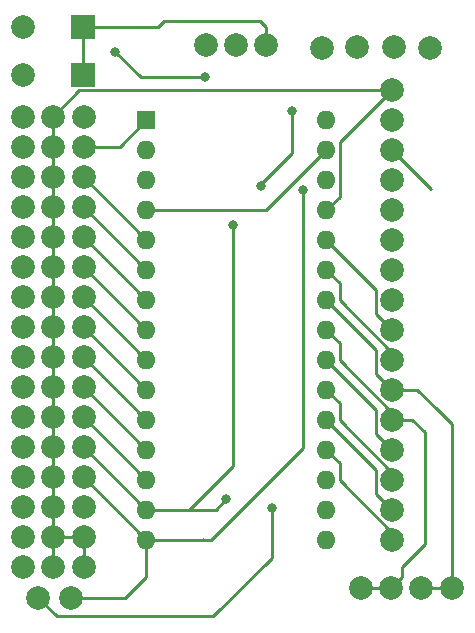
<source format=gbr>
%TF.GenerationSoftware,KiCad,Pcbnew,(5.1.9)-1*%
%TF.CreationDate,2023-02-19T18:33:08+01:00*%
%TF.ProjectId,NANO_Bot,4e414e4f-5f42-46f7-942e-6b696361645f,rev?*%
%TF.SameCoordinates,Original*%
%TF.FileFunction,Copper,L1,Top*%
%TF.FilePolarity,Positive*%
%FSLAX46Y46*%
G04 Gerber Fmt 4.6, Leading zero omitted, Abs format (unit mm)*
G04 Created by KiCad (PCBNEW (5.1.9)-1) date 2023-02-19 18:33:08*
%MOMM*%
%LPD*%
G01*
G04 APERTURE LIST*
%TA.AperFunction,ComponentPad*%
%ADD10C,2.000000*%
%TD*%
%TA.AperFunction,ComponentPad*%
%ADD11R,2.000000X2.000000*%
%TD*%
%TA.AperFunction,ComponentPad*%
%ADD12R,1.600000X1.600000*%
%TD*%
%TA.AperFunction,ComponentPad*%
%ADD13O,1.600000X1.600000*%
%TD*%
%TA.AperFunction,ViaPad*%
%ADD14C,0.800000*%
%TD*%
%TA.AperFunction,Conductor*%
%ADD15C,0.250000*%
%TD*%
G04 APERTURE END LIST*
D10*
%TO.P,SDA,1*%
%TO.N,Net-(A1-Pad24)*%
X147790000Y-352298000D03*
%TD*%
%TO.P,SDA,1*%
%TO.N,Net-(A1-Pad23)*%
X142670000Y-352298000D03*
%TD*%
%TO.P,MISO,1*%
%TO.N,Net-(A1-Pad15)*%
X115580000Y-353210000D03*
%TD*%
%TO.P,MOSI,1*%
%TO.N,Net-(A1-Pad14)*%
X112800000Y-353180000D03*
%TD*%
%TO.P,SDL,1*%
%TO.N,Net-(A1-Pad24)*%
X145230000Y-352298000D03*
%TD*%
%TO.P,SDA,1*%
%TO.N,Net-(A1-Pad23)*%
X140100000Y-352298000D03*
%TD*%
%TO.P,LP,1*%
%TO.N,Net-(A1-Pad15)*%
X145950000Y-306580000D03*
%TD*%
%TO.P,LP,1*%
%TO.N,Net-(A1-Pad15)*%
X142920000Y-306530000D03*
%TD*%
%TO.P,MISO,1*%
%TO.N,Net-(A1-Pad14)*%
X139790000Y-306530000D03*
%TD*%
%TO.P,MOSI,1*%
%TO.N,Net-(A1-Pad14)*%
X136770000Y-306580000D03*
%TD*%
%TO.P,S1,1*%
%TO.N,Net-(S1-Pad1)*%
X132080000Y-306324000D03*
%TO.P,S1,2*%
%TO.N,Net-(A1-Pad30)*%
X129540000Y-306324000D03*
%TO.P,S1,3*%
%TO.N,Net-(S1-Pad3)*%
X127000000Y-306324000D03*
%TD*%
D11*
%TO.P,GND,2*%
%TO.N,Net-(S1-Pad1)*%
X116586000Y-308864000D03*
D10*
%TO.P,GND,1*%
%TO.N,Net-(A1-Pad29)*%
X111506000Y-308864000D03*
%TD*%
D12*
%TO.P,A1,1*%
%TO.N,Net-(A1-Pad1)*%
X121951001Y-312695001D03*
D13*
%TO.P,A1,17*%
%TO.N,Net-(A1-Pad17)*%
X137191001Y-345715001D03*
%TO.P,A1,2*%
%TO.N,Net-(A1-Pad2)*%
X121951001Y-315235001D03*
%TO.P,A1,18*%
%TO.N,Net-(A1-Pad18)*%
X137191001Y-343175001D03*
%TO.P,A1,3*%
%TO.N,Net-(A1-Pad28)*%
X121951001Y-317775001D03*
%TO.P,A1,19*%
%TO.N,Net-(A1-Pad19)*%
X137191001Y-340635001D03*
%TO.P,A1,4*%
%TO.N,Net-(A1-Pad29)*%
X121951001Y-320315001D03*
%TO.P,A1,20*%
%TO.N,Net-(A1-Pad20)*%
X137191001Y-338095001D03*
%TO.P,A1,5*%
%TO.N,Net-(A1-Pad5)*%
X121951001Y-322855001D03*
%TO.P,A1,21*%
%TO.N,Net-(A1-Pad21)*%
X137191001Y-335555001D03*
%TO.P,A1,6*%
%TO.N,Net-(A1-Pad6)*%
X121951001Y-325395001D03*
%TO.P,A1,22*%
%TO.N,Net-(A1-Pad22)*%
X137191001Y-333015001D03*
%TO.P,A1,7*%
%TO.N,Net-(A1-Pad7)*%
X121951001Y-327935001D03*
%TO.P,A1,23*%
%TO.N,Net-(A1-Pad23)*%
X137191001Y-330475001D03*
%TO.P,A1,8*%
%TO.N,Net-(A1-Pad8)*%
X121951001Y-330475001D03*
%TO.P,A1,24*%
%TO.N,Net-(A1-Pad24)*%
X137191001Y-327935001D03*
%TO.P,A1,9*%
%TO.N,Net-(A1-Pad9)*%
X121951001Y-333015001D03*
%TO.P,A1,25*%
%TO.N,Net-(A1-Pad25)*%
X137191001Y-325395001D03*
%TO.P,A1,10*%
%TO.N,Net-(A1-Pad10)*%
X121951001Y-335555001D03*
%TO.P,A1,26*%
%TO.N,Net-(A1-Pad26)*%
X137191001Y-322855001D03*
%TO.P,A1,11*%
%TO.N,Net-(A1-Pad11)*%
X121951001Y-338095001D03*
%TO.P,A1,27*%
%TO.N,Net-(A1-Pad27)*%
X137191001Y-320315001D03*
%TO.P,A1,12*%
%TO.N,Net-(A1-Pad12)*%
X121951001Y-340635001D03*
%TO.P,A1,28*%
%TO.N,Net-(A1-Pad28)*%
X137191001Y-317775001D03*
%TO.P,A1,13*%
%TO.N,Net-(A1-Pad13)*%
X121951001Y-343175001D03*
%TO.P,A1,29*%
%TO.N,Net-(A1-Pad29)*%
X137191001Y-315235001D03*
%TO.P,A1,14*%
%TO.N,Net-(A1-Pad14)*%
X121951001Y-345715001D03*
%TO.P,A1,30*%
%TO.N,Net-(A1-Pad30)*%
X137191001Y-312695001D03*
%TO.P,A1,15*%
%TO.N,Net-(A1-Pad15)*%
X121951001Y-348255001D03*
%TO.P,A1,16*%
%TO.N,Net-(A1-Pad16)*%
X137191001Y-348255001D03*
%TD*%
D10*
%TO.P,J1,1*%
%TO.N,Net-(A1-Pad29)*%
X111506000Y-350520000D03*
%TO.P,J1,2*%
X111506000Y-347980000D03*
%TO.P,J1,3*%
X111506000Y-345440000D03*
%TO.P,J1,4*%
X111506000Y-342900000D03*
%TO.P,J1,5*%
X111506000Y-340360000D03*
%TO.P,J1,6*%
X111506000Y-337820000D03*
%TO.P,J1,7*%
X111506000Y-335280000D03*
%TO.P,J1,8*%
X111506000Y-332740000D03*
%TO.P,J1,9*%
X111506000Y-330200000D03*
%TO.P,J1,10*%
X111506000Y-327660000D03*
%TO.P,J1,11*%
X111506000Y-325120000D03*
%TO.P,J1,12*%
X111506000Y-322580000D03*
%TO.P,J1,13*%
X111506000Y-320040000D03*
%TO.P,J1,14*%
X111506000Y-317500000D03*
%TO.P,J1,15*%
X111506000Y-314960000D03*
%TO.P,J1,16*%
X111506000Y-312420000D03*
%TD*%
%TO.P,J2,16*%
%TO.N,Net-(A1-Pad27)*%
X114046000Y-350520000D03*
%TO.P,J2,15*%
X114046000Y-347980000D03*
%TO.P,J2,14*%
X114046000Y-345440000D03*
%TO.P,J2,13*%
X114046000Y-342900000D03*
%TO.P,J2,12*%
X114046000Y-340360000D03*
%TO.P,J2,11*%
X114046000Y-337820000D03*
%TO.P,J2,10*%
X114046000Y-335280000D03*
%TO.P,J2,9*%
X114046000Y-332740000D03*
%TO.P,J2,8*%
X114046000Y-330200000D03*
%TO.P,J2,7*%
X114046000Y-327660000D03*
%TO.P,J2,6*%
X114046000Y-325120000D03*
%TO.P,J2,5*%
X114046000Y-322580000D03*
%TO.P,J2,4*%
X114046000Y-320040000D03*
%TO.P,J2,3*%
X114046000Y-317500000D03*
%TO.P,J2,2*%
X114046000Y-314960000D03*
%TO.P,J2,1*%
X114046000Y-312420000D03*
%TD*%
%TO.P,J3,16*%
%TO.N,Net-(A1-Pad27)*%
X116650000Y-350530000D03*
%TO.P,J3,15*%
X116650000Y-347990000D03*
%TO.P,J3,14*%
%TO.N,Net-(A1-Pad16)*%
X116650000Y-345450000D03*
%TO.P,J3,13*%
%TO.N,Net-(A1-Pad15)*%
X116650000Y-342910000D03*
%TO.P,J3,12*%
%TO.N,Net-(A1-Pad14)*%
X116650000Y-340370000D03*
%TO.P,J3,11*%
%TO.N,Net-(A1-Pad13)*%
X116650000Y-337830000D03*
%TO.P,J3,10*%
%TO.N,Net-(A1-Pad12)*%
X116650000Y-335290000D03*
%TO.P,J3,9*%
%TO.N,Net-(A1-Pad11)*%
X116650000Y-332750000D03*
%TO.P,J3,8*%
%TO.N,Net-(A1-Pad10)*%
X116650000Y-330210000D03*
%TO.P,J3,7*%
%TO.N,Net-(A1-Pad9)*%
X116650000Y-327670000D03*
%TO.P,J3,6*%
%TO.N,Net-(A1-Pad8)*%
X116650000Y-325130000D03*
%TO.P,J3,5*%
%TO.N,Net-(A1-Pad7)*%
X116650000Y-322590000D03*
%TO.P,J3,4*%
%TO.N,Net-(A1-Pad6)*%
X116650000Y-320050000D03*
%TO.P,J3,3*%
%TO.N,Net-(A1-Pad5)*%
X116650000Y-317510000D03*
%TO.P,J3,2*%
%TO.N,Net-(A1-Pad1)*%
X116650000Y-314970000D03*
%TO.P,J3,1*%
%TO.N,Net-(A1-Pad2)*%
X116650000Y-312430000D03*
%TD*%
%TO.P,J4,1*%
%TO.N,Net-(A1-Pad19)*%
X142748000Y-348234000D03*
%TO.P,J4,2*%
%TO.N,Net-(A1-Pad20)*%
X142748000Y-345694000D03*
%TO.P,J4,3*%
%TO.N,Net-(A1-Pad21)*%
X142748000Y-343154000D03*
%TO.P,J4,4*%
%TO.N,Net-(A1-Pad22)*%
X142748000Y-340614000D03*
%TO.P,J4,5*%
%TO.N,Net-(A1-Pad23)*%
X142748000Y-338074000D03*
%TO.P,J4,6*%
%TO.N,Net-(A1-Pad24)*%
X142748000Y-335534000D03*
%TO.P,J4,7*%
%TO.N,Net-(A1-Pad25)*%
X142748000Y-332994000D03*
%TO.P,J4,8*%
%TO.N,Net-(A1-Pad26)*%
X142748000Y-330454000D03*
%TO.P,J4,9*%
%TO.N,Net-(A1-Pad18)*%
X142748000Y-327914000D03*
%TO.P,J4,10*%
%TO.N,Net-(A1-Pad28)*%
X142748000Y-325374000D03*
%TO.P,J4,11*%
%TO.N,Net-(J4-Pad11)*%
X142748000Y-322834000D03*
%TO.P,J4,12*%
%TO.N,Net-(J4-Pad12)*%
X142748000Y-320294000D03*
%TO.P,J4,13*%
%TO.N,Net-(J4-Pad13)*%
X142748000Y-317754000D03*
%TO.P,J4,14*%
%TO.N,Net-(A1-Pad30)*%
X142748000Y-315214000D03*
%TO.P,J4,15*%
%TO.N,Net-(A1-Pad17)*%
X142748000Y-312674000D03*
%TO.P,J4,16*%
%TO.N,Net-(A1-Pad27)*%
X142748000Y-310134000D03*
%TD*%
%TO.P,GND,1*%
%TO.N,Net-(A1-Pad29)*%
X111506000Y-304800000D03*
D11*
%TO.P,GND,2*%
%TO.N,Net-(S1-Pad1)*%
X116586000Y-304800000D03*
%TD*%
D14*
%TO.N,Net-(A1-Pad29)*%
X126920000Y-309110000D03*
X119320000Y-306920000D03*
%TO.N,Net-(A1-Pad14)*%
X129240000Y-321640000D03*
X128680000Y-344830000D03*
X132580000Y-345520000D03*
%TO.N,Net-(A1-Pad15)*%
X134280000Y-311910000D03*
X131630000Y-318340000D03*
X135160000Y-318640000D03*
%TD*%
D15*
%TO.N,Net-(A1-Pad1)*%
X119676002Y-314970000D02*
X121951001Y-312695001D01*
X116650000Y-314970000D02*
X119676002Y-314970000D01*
%TO.N,Net-(A1-Pad19)*%
X138316002Y-341760002D02*
X137191001Y-340635001D01*
X138316002Y-343223004D02*
X138316002Y-341760002D01*
X142748000Y-347655002D02*
X138316002Y-343223004D01*
X142748000Y-348234000D02*
X142748000Y-347655002D01*
%TO.N,Net-(A1-Pad29)*%
X132111001Y-320315001D02*
X137191001Y-315235001D01*
X121951001Y-320315001D02*
X132111001Y-320315001D01*
X121510000Y-309110000D02*
X119320000Y-306920000D01*
X126920000Y-309110000D02*
X121510000Y-309110000D01*
%TO.N,Net-(A1-Pad20)*%
X141422999Y-342326999D02*
X137191001Y-338095001D01*
X141422999Y-344368999D02*
X141422999Y-342326999D01*
X142748000Y-345694000D02*
X141422999Y-344368999D01*
%TO.N,Net-(A1-Pad5)*%
X116650000Y-317554000D02*
X116650000Y-317510000D01*
X121951001Y-322855001D02*
X116650000Y-317554000D01*
%TO.N,Net-(A1-Pad21)*%
X138316002Y-336680002D02*
X137191001Y-335555001D01*
X138316002Y-338143004D02*
X138316002Y-336680002D01*
X142748000Y-342575002D02*
X138316002Y-338143004D01*
X142748000Y-343154000D02*
X142748000Y-342575002D01*
%TO.N,Net-(A1-Pad6)*%
X116650000Y-320094000D02*
X116650000Y-320050000D01*
X121951001Y-325395001D02*
X116650000Y-320094000D01*
%TO.N,Net-(A1-Pad22)*%
X141422999Y-339288999D02*
X141422999Y-337246999D01*
X141422999Y-337246999D02*
X137191001Y-333015001D01*
X142748000Y-340614000D02*
X141422999Y-339288999D01*
%TO.N,Net-(A1-Pad7)*%
X116650000Y-322634000D02*
X116650000Y-322590000D01*
X121951001Y-327935001D02*
X116650000Y-322634000D01*
%TO.N,Net-(A1-Pad23)*%
X138316002Y-333063004D02*
X138316002Y-331600002D01*
X138316002Y-331600002D02*
X137191001Y-330475001D01*
X142748000Y-337495002D02*
X138316002Y-333063004D01*
X142748000Y-338074000D02*
X142748000Y-337495002D01*
X142748000Y-338074000D02*
X144464000Y-338074000D01*
X144464000Y-338074000D02*
X145500000Y-339110000D01*
X145500000Y-339110000D02*
X145500000Y-348590000D01*
X145500000Y-348590000D02*
X143550000Y-350540000D01*
X143550000Y-351418000D02*
X142670000Y-352298000D01*
X143550000Y-350540000D02*
X143550000Y-351418000D01*
X142670000Y-352298000D02*
X140100000Y-352298000D01*
%TO.N,Net-(A1-Pad14)*%
X112800000Y-352340000D02*
X112800000Y-353180000D01*
%TO.N,Net-(A1-Pad8)*%
X116650000Y-325174000D02*
X116650000Y-325130000D01*
X121951001Y-330475001D02*
X116650000Y-325174000D01*
%TO.N,Net-(A1-Pad24)*%
X141422999Y-332166999D02*
X137191001Y-327935001D01*
X141422999Y-334208999D02*
X141422999Y-332166999D01*
X142748000Y-335534000D02*
X141422999Y-334208999D01*
X142748000Y-335534000D02*
X144854000Y-335534000D01*
X145230000Y-352298000D02*
X147790000Y-352298000D01*
X147790000Y-338470000D02*
X146595000Y-337275000D01*
X147790000Y-352298000D02*
X147790000Y-338470000D01*
X146595000Y-337275000D02*
X146960000Y-337640000D01*
X144854000Y-335534000D02*
X146595000Y-337275000D01*
%TO.N,Net-(A1-Pad9)*%
X116650000Y-327714000D02*
X116650000Y-327670000D01*
X121951001Y-333015001D02*
X116650000Y-327714000D01*
%TO.N,Net-(A1-Pad25)*%
X138316002Y-326520002D02*
X137191001Y-325395001D01*
X142748000Y-332415002D02*
X138316002Y-327983004D01*
X138316002Y-327983004D02*
X138316002Y-326520002D01*
X142748000Y-332994000D02*
X142748000Y-332415002D01*
%TO.N,Net-(A1-Pad10)*%
X116650000Y-330254000D02*
X116650000Y-330210000D01*
X121951001Y-335555001D02*
X116650000Y-330254000D01*
%TO.N,Net-(A1-Pad26)*%
X141422999Y-327086999D02*
X137191001Y-322855001D01*
X141422999Y-329128999D02*
X141422999Y-327086999D01*
X142748000Y-330454000D02*
X141422999Y-329128999D01*
%TO.N,Net-(A1-Pad11)*%
X116650000Y-332794000D02*
X116650000Y-332750000D01*
X121951001Y-338095001D02*
X116650000Y-332794000D01*
%TO.N,Net-(A1-Pad27)*%
X116640000Y-347980000D02*
X116650000Y-347990000D01*
X138316002Y-319190000D02*
X137191001Y-320315001D01*
X138316002Y-314565998D02*
X138316002Y-319190000D01*
X142748000Y-310134000D02*
X138316002Y-314565998D01*
X116276999Y-310189001D02*
X114046000Y-312420000D01*
X142692999Y-310189001D02*
X116276999Y-310189001D01*
X142748000Y-310134000D02*
X142692999Y-310189001D01*
X116650000Y-350530000D02*
X116650000Y-347990000D01*
X114046000Y-312420000D02*
X114046000Y-314960000D01*
X114046000Y-314960000D02*
X114046000Y-317500000D01*
X114046000Y-317500000D02*
X114046000Y-320040000D01*
X114046000Y-320040000D02*
X114046000Y-322580000D01*
X114046000Y-322580000D02*
X114046000Y-325120000D01*
X114046000Y-325120000D02*
X114046000Y-327660000D01*
X114046000Y-327660000D02*
X114046000Y-330200000D01*
X114046000Y-330200000D02*
X114046000Y-332740000D01*
X114046000Y-332740000D02*
X114046000Y-335280000D01*
X114046000Y-335280000D02*
X114046000Y-337820000D01*
X114046000Y-337820000D02*
X114046000Y-340360000D01*
X114046000Y-340360000D02*
X114046000Y-342900000D01*
X114046000Y-342900000D02*
X114046000Y-345440000D01*
X114046000Y-350520000D02*
X114046000Y-347980000D01*
X114046000Y-347980000D02*
X114046000Y-345440000D01*
X114056000Y-347990000D02*
X114046000Y-347980000D01*
X116650000Y-347990000D02*
X114056000Y-347990000D01*
%TO.N,Net-(A1-Pad12)*%
X116650000Y-335334000D02*
X116650000Y-335290000D01*
X121951001Y-340635001D02*
X116650000Y-335334000D01*
%TO.N,Net-(A1-Pad13)*%
X116650000Y-337874000D02*
X116650000Y-337830000D01*
X121951001Y-343175001D02*
X116650000Y-337874000D01*
%TO.N,Net-(A1-Pad14)*%
X116650000Y-340414000D02*
X116650000Y-340370000D01*
X121951001Y-345715001D02*
X116650000Y-340414000D01*
X121951001Y-345715001D02*
X125534999Y-345715001D01*
X129240000Y-342010000D02*
X129240000Y-321640000D01*
X125534999Y-345715001D02*
X129240000Y-342010000D01*
X127794999Y-345715001D02*
X128680000Y-344830000D01*
X125534999Y-345715001D02*
X127794999Y-345715001D01*
X132580000Y-345520000D02*
X132580000Y-349760000D01*
X132580000Y-349760000D02*
X127598010Y-354741990D01*
X114361990Y-354741990D02*
X112800000Y-353180000D01*
X127598010Y-354741990D02*
X114361990Y-354741990D01*
%TO.N,Net-(A1-Pad30)*%
X146050000Y-318516000D02*
X142748000Y-315214000D01*
%TO.N,Net-(A1-Pad15)*%
X116650000Y-342954000D02*
X116650000Y-342910000D01*
X121951001Y-348255001D02*
X116650000Y-342954000D01*
X121951001Y-348255001D02*
X126724999Y-348255001D01*
X126724999Y-348255001D02*
X126724999Y-348215001D01*
X126724999Y-348255001D02*
X127404999Y-348255001D01*
X135160000Y-340500000D02*
X135160000Y-318640000D01*
X127404999Y-348255001D02*
X135160000Y-340500000D01*
X134280000Y-311910000D02*
X134280000Y-315500000D01*
X131630000Y-318150000D02*
X131630000Y-318340000D01*
X134280000Y-315500000D02*
X131630000Y-318150000D01*
X121951001Y-348255001D02*
X121951001Y-351378999D01*
X120120000Y-353210000D02*
X115580000Y-353210000D01*
X121951001Y-351378999D02*
X120120000Y-353210000D01*
%TO.N,Net-(S1-Pad1)*%
X116586000Y-304800000D02*
X116586000Y-308864000D01*
X116586000Y-304800000D02*
X122936000Y-304800000D01*
X122936000Y-304800000D02*
X123444000Y-304292000D01*
X123444000Y-304292000D02*
X131572000Y-304292000D01*
X132080000Y-304800000D02*
X132080000Y-306324000D01*
X131572000Y-304292000D02*
X132080000Y-304800000D01*
%TD*%
M02*

</source>
